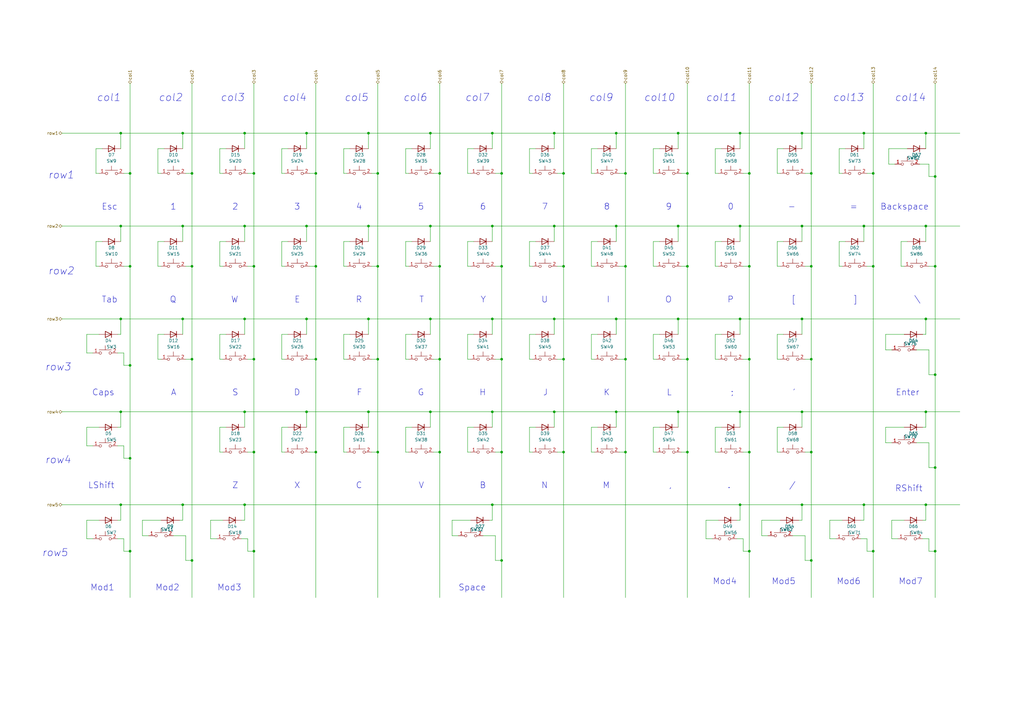
<source format=kicad_sch>
(kicad_sch (version 20211123) (generator eeschema)
  (paper "A3")
  (junction (at 205.74 229.87))
  (junction (at 383.54 153.67))
  (junction (at 125.73 92.71))
  (junction (at 176.53 168.91))
  (junction (at 104.14 109.22))
  (junction (at 100.33 168.91))
  (junction (at 78.74 109.22))
  (junction (at 49.53 207.01))
  (junction (at 180.34 147.32))
  (junction (at 379.73 168.91))
  (junction (at 176.53 54.61))
  (junction (at 354.33 54.61))
  (junction (at 205.74 71.12))
  (junction (at 328.93 92.71))
  (junction (at 129.54 109.22))
  (junction (at 154.94 71.12))
  (junction (at 303.53 168.91))
  (junction (at 332.74 109.22))
  (junction (at 180.34 71.12))
  (junction (at 201.93 207.01))
  (junction (at 53.34 71.12))
  (junction (at 256.54 185.42))
  (junction (at 303.53 207.01))
  (junction (at 256.54 71.12))
  (junction (at 383.54 109.22))
  (junction (at 379.73 92.71))
  (junction (at 53.34 109.22))
  (junction (at 307.34 147.32))
  (junction (at 205.74 109.22))
  (junction (at 307.34 109.22))
  (junction (at 205.74 147.32))
  (junction (at 227.33 92.71))
  (junction (at 383.54 72.39))
  (junction (at 201.93 168.91))
  (junction (at 154.94 185.42))
  (junction (at 227.33 54.61))
  (junction (at 252.73 54.61))
  (junction (at 278.13 54.61))
  (junction (at 129.54 147.32))
  (junction (at 49.53 168.91))
  (junction (at 227.33 130.81))
  (junction (at 328.93 168.91))
  (junction (at 100.33 54.61))
  (junction (at 303.53 92.71))
  (junction (at 49.53 130.81))
  (junction (at 278.13 168.91))
  (junction (at 53.34 226.06))
  (junction (at 100.33 207.01))
  (junction (at 303.53 130.81))
  (junction (at 201.93 130.81))
  (junction (at 74.93 207.01))
  (junction (at 383.54 191.77))
  (junction (at 227.33 168.91))
  (junction (at 332.74 147.32))
  (junction (at 104.14 147.32))
  (junction (at 49.53 92.71))
  (junction (at 332.74 185.42))
  (junction (at 176.53 92.71))
  (junction (at 201.93 92.71))
  (junction (at 151.13 92.71))
  (junction (at 125.73 130.81))
  (junction (at 252.73 130.81))
  (junction (at 78.74 147.32))
  (junction (at 104.14 226.06))
  (junction (at 49.53 54.61))
  (junction (at 383.54 226.06))
  (junction (at 104.14 185.42))
  (junction (at 303.53 54.61))
  (junction (at 281.94 185.42))
  (junction (at 328.93 54.61))
  (junction (at 281.94 109.22))
  (junction (at 125.73 168.91))
  (junction (at 151.13 54.61))
  (junction (at 231.14 185.42))
  (junction (at 379.73 207.01))
  (junction (at 281.94 147.32))
  (junction (at 53.34 149.86))
  (junction (at 307.34 71.12))
  (junction (at 104.14 71.12))
  (junction (at 151.13 130.81))
  (junction (at 154.94 147.32))
  (junction (at 201.93 54.61))
  (junction (at 129.54 71.12))
  (junction (at 358.14 109.22))
  (junction (at 180.34 185.42))
  (junction (at 53.34 187.96))
  (junction (at 125.73 54.61))
  (junction (at 278.13 130.81))
  (junction (at 78.74 71.12))
  (junction (at 332.74 229.87))
  (junction (at 151.13 168.91))
  (junction (at 78.74 229.87))
  (junction (at 379.73 130.81))
  (junction (at 328.93 130.81))
  (junction (at 256.54 147.32))
  (junction (at 358.14 226.06))
  (junction (at 231.14 109.22))
  (junction (at 74.93 54.61))
  (junction (at 354.33 92.71))
  (junction (at 176.53 130.81))
  (junction (at 354.33 207.01))
  (junction (at 74.93 130.81))
  (junction (at 74.93 92.71))
  (junction (at 307.34 226.06))
  (junction (at 129.54 185.42))
  (junction (at 332.74 71.12))
  (junction (at 307.34 185.42))
  (junction (at 100.33 92.71))
  (junction (at 278.13 92.71))
  (junction (at 256.54 109.22))
  (junction (at 358.14 71.12))
  (junction (at 379.73 54.61))
  (junction (at 154.94 109.22))
  (junction (at 100.33 130.81))
  (junction (at 252.73 92.71))
  (junction (at 231.14 147.32))
  (junction (at 252.73 168.91))
  (junction (at 281.94 71.12))
  (junction (at 231.14 71.12))
  (junction (at 180.34 109.22))
  (junction (at 205.74 185.42))
  (junction (at 328.93 207.01))
  (wire (pts (xy 90.17 60.96) (xy 90.17 71.12)))
  (wire (pts (xy 379.73 130.81) (xy 393.7 130.81)))
  (wire (pts (xy 154.94 34.29) (xy 154.94 71.12)))
  (wire (pts (xy 180.34 71.12) (xy 180.34 109.22)))
  (wire (pts (xy 217.17 71.12) (xy 218.44 71.12)))
  (wire (pts (xy 293.37 60.96) (xy 293.37 71.12)))
  (wire (pts (xy 154.94 71.12) (xy 154.94 109.22)))
  (wire (pts (xy 330.2 229.87) (xy 332.74 229.87)))
  (wire (pts (xy 228.6 185.42) (xy 231.14 185.42)))
  (wire (pts (xy 381 109.22) (xy 383.54 109.22)))
  (wire (pts (xy 140.97 147.32) (xy 142.24 147.32)))
  (wire (pts (xy 354.33 92.71) (xy 354.33 99.06)))
  (wire (pts (xy 100.33 130.81) (xy 100.33 137.16)))
  (wire (pts (xy 383.54 72.39) (xy 383.54 109.22)))
  (wire (pts (xy 217.17 99.06) (xy 217.17 109.22)))
  (wire (pts (xy 76.2 229.87) (xy 78.74 229.87)))
  (wire (pts (xy 227.33 54.61) (xy 252.73 54.61)))
  (wire (pts (xy 307.34 71.12) (xy 307.34 109.22)))
  (wire (pts (xy 379.73 92.71) (xy 393.7 92.71)))
  (wire (pts (xy 125.73 168.91) (xy 125.73 175.26)))
  (wire (pts (xy 370.84 213.36) (xy 365.76 213.36)))
  (wire (pts (xy 203.2 147.32) (xy 205.74 147.32)))
  (wire (pts (xy 270.51 60.96) (xy 267.97 60.96)))
  (wire (pts (xy 191.77 185.42) (xy 193.04 185.42)))
  (wire (pts (xy 295.91 175.26) (xy 293.37 175.26)))
  (wire (pts (xy 118.11 60.96) (xy 115.57 60.96)))
  (wire (pts (xy 90.17 137.16) (xy 90.17 147.32)))
  (wire (pts (xy 330.2 109.22) (xy 332.74 109.22)))
  (wire (pts (xy 318.77 147.32) (xy 320.04 147.32)))
  (wire (pts (xy 76.2 147.32) (xy 78.74 147.32)))
  (wire (pts (xy 304.8 185.42) (xy 307.34 185.42)))
  (wire (pts (xy 118.11 175.26) (xy 115.57 175.26)))
  (wire (pts (xy 100.33 207.01) (xy 201.93 207.01)))
  (wire (pts (xy 35.56 220.98) (xy 38.1 220.98)))
  (wire (pts (xy 252.73 130.81) (xy 278.13 130.81)))
  (wire (pts (xy 381 191.77) (xy 383.54 191.77)))
  (wire (pts (xy 203.2 71.12) (xy 205.74 71.12)))
  (wire (pts (xy 231.14 109.22) (xy 231.14 147.32)))
  (wire (pts (xy 245.11 175.26) (xy 242.57 175.26)))
  (wire (pts (xy 115.57 109.22) (xy 116.84 109.22)))
  (wire (pts (xy 242.57 99.06) (xy 242.57 109.22)))
  (wire (pts (xy 293.37 99.06) (xy 293.37 109.22)))
  (wire (pts (xy 321.31 137.16) (xy 318.77 137.16)))
  (wire (pts (xy 252.73 168.91) (xy 278.13 168.91)))
  (wire (pts (xy 383.54 226.06) (xy 383.54 245.11)))
  (wire (pts (xy 49.53 207.01) (xy 74.93 207.01)))
  (wire (pts (xy 332.74 147.32) (xy 332.74 185.42)))
  (wire (pts (xy 307.34 147.32) (xy 307.34 185.42)))
  (wire (pts (xy 191.77 147.32) (xy 193.04 147.32)))
  (wire (pts (xy 25.4 92.71) (xy 49.53 92.71)))
  (wire (pts (xy 90.17 109.22) (xy 91.44 109.22)))
  (wire (pts (xy 278.13 54.61) (xy 303.53 54.61)))
  (wire (pts (xy 231.14 147.32) (xy 231.14 185.42)))
  (wire (pts (xy 379.73 175.26) (xy 379.73 168.91)))
  (wire (pts (xy 219.71 175.26) (xy 217.17 175.26)))
  (wire (pts (xy 53.34 149.86) (xy 53.34 187.96)))
  (wire (pts (xy 330.2 185.42) (xy 332.74 185.42)))
  (wire (pts (xy 383.54 153.67) (xy 383.54 191.77)))
  (wire (pts (xy 332.74 34.29) (xy 332.74 71.12)))
  (wire (pts (xy 381 220.98) (xy 381 226.06)))
  (wire (pts (xy 379.73 92.71) (xy 379.73 99.06)))
  (wire (pts (xy 281.94 71.12) (xy 281.94 109.22)))
  (wire (pts (xy 278.13 130.81) (xy 303.53 130.81)))
  (wire (pts (xy 267.97 71.12) (xy 269.24 71.12)))
  (wire (pts (xy 245.11 60.96) (xy 242.57 60.96)))
  (wire (pts (xy 67.31 99.06) (xy 64.77 99.06)))
  (wire (pts (xy 180.34 147.32) (xy 180.34 185.42)))
  (wire (pts (xy 176.53 168.91) (xy 201.93 168.91)))
  (wire (pts (xy 194.31 99.06) (xy 191.77 99.06)))
  (wire (pts (xy 340.36 213.36) (xy 340.36 220.98)))
  (wire (pts (xy 35.56 144.78) (xy 38.1 144.78)))
  (wire (pts (xy 193.04 213.36) (xy 185.42 213.36)))
  (wire (pts (xy 104.14 109.22) (xy 104.14 147.32)))
  (wire (pts (xy 332.74 71.12) (xy 332.74 109.22)))
  (wire (pts (xy 143.51 60.96) (xy 140.97 60.96)))
  (wire (pts (xy 378.46 220.98) (xy 381 220.98)))
  (wire (pts (xy 321.31 99.06) (xy 318.77 99.06)))
  (wire (pts (xy 168.91 60.96) (xy 166.37 60.96)))
  (wire (pts (xy 328.93 130.81) (xy 379.73 130.81)))
  (wire (pts (xy 318.77 137.16) (xy 318.77 147.32)))
  (wire (pts (xy 64.77 71.12) (xy 66.04 71.12)))
  (wire (pts (xy 372.11 99.06) (xy 369.57 99.06)))
  (wire (pts (xy 129.54 185.42) (xy 129.54 245.11)))
  (wire (pts (xy 254 109.22) (xy 256.54 109.22)))
  (wire (pts (xy 176.53 54.61) (xy 201.93 54.61)))
  (wire (pts (xy 78.74 71.12) (xy 78.74 109.22)))
  (wire (pts (xy 383.54 34.29) (xy 383.54 72.39)))
  (wire (pts (xy 217.17 60.96) (xy 217.17 71.12)))
  (wire (pts (xy 307.34 226.06) (xy 307.34 245.11)))
  (wire (pts (xy 180.34 185.42) (xy 180.34 245.11)))
  (wire (pts (xy 303.53 92.71) (xy 328.93 92.71)))
  (wire (pts (xy 383.54 109.22) (xy 383.54 153.67)))
  (wire (pts (xy 217.17 147.32) (xy 218.44 147.32)))
  (wire (pts (xy 231.14 71.12) (xy 231.14 109.22)))
  (wire (pts (xy 252.73 54.61) (xy 278.13 54.61)))
  (wire (pts (xy 252.73 130.81) (xy 252.73 137.16)))
  (wire (pts (xy 177.8 109.22) (xy 180.34 109.22)))
  (wire (pts (xy 245.11 137.16) (xy 242.57 137.16)))
  (wire (pts (xy 217.17 175.26) (xy 217.17 185.42)))
  (wire (pts (xy 104.14 34.29) (xy 104.14 71.12)))
  (wire (pts (xy 74.93 54.61) (xy 74.93 60.96)))
  (wire (pts (xy 281.94 147.32) (xy 281.94 185.42)))
  (wire (pts (xy 140.97 109.22) (xy 142.24 109.22)))
  (wire (pts (xy 256.54 109.22) (xy 256.54 147.32)))
  (wire (pts (xy 242.57 175.26) (xy 242.57 185.42)))
  (wire (pts (xy 198.12 219.71) (xy 203.2 219.71)))
  (wire (pts (xy 73.66 213.36) (xy 74.93 213.36)))
  (wire (pts (xy 363.22 143.51) (xy 365.76 143.51)))
  (wire (pts (xy 353.06 220.98) (xy 355.6 220.98)))
  (wire (pts (xy 242.57 185.42) (xy 243.84 185.42)))
  (wire (pts (xy 278.13 92.71) (xy 303.53 92.71)))
  (wire (pts (xy 191.77 137.16) (xy 191.77 147.32)))
  (wire (pts (xy 201.93 54.61) (xy 201.93 60.96)))
  (wire (pts (xy 41.91 60.96) (xy 39.37 60.96)))
  (wire (pts (xy 180.34 34.29) (xy 180.34 71.12)))
  (wire (pts (xy 99.06 213.36) (xy 100.33 213.36)))
  (wire (pts (xy 242.57 109.22) (xy 243.84 109.22)))
  (wire (pts (xy 289.56 220.98) (xy 292.1 220.98)))
  (wire (pts (xy 345.44 213.36) (xy 340.36 213.36)))
  (wire (pts (xy 74.93 92.71) (xy 74.93 99.06)))
  (wire (pts (xy 201.93 168.91) (xy 201.93 175.26)))
  (wire (pts (xy 231.14 185.42) (xy 231.14 245.11)))
  (wire (pts (xy 227.33 168.91) (xy 227.33 175.26)))
  (wire (pts (xy 231.14 34.29) (xy 231.14 71.12)))
  (wire (pts (xy 295.91 137.16) (xy 293.37 137.16)))
  (wire (pts (xy 281.94 109.22) (xy 281.94 147.32)))
  (wire (pts (xy 168.91 137.16) (xy 166.37 137.16)))
  (wire (pts (xy 177.8 185.42) (xy 180.34 185.42)))
  (wire (pts (xy 100.33 92.71) (xy 125.73 92.71)))
  (wire (pts (xy 67.31 60.96) (xy 64.77 60.96)))
  (wire (pts (xy 78.74 229.87) (xy 78.74 245.11)))
  (wire (pts (xy 58.42 213.36) (xy 58.42 219.71)))
  (wire (pts (xy 64.77 147.32) (xy 66.04 147.32)))
  (wire (pts (xy 328.93 54.61) (xy 354.33 54.61)))
  (wire (pts (xy 152.4 185.42) (xy 154.94 185.42)))
  (wire (pts (xy 293.37 175.26) (xy 293.37 185.42)))
  (wire (pts (xy 92.71 137.16) (xy 90.17 137.16)))
  (wire (pts (xy 332.74 229.87) (xy 332.74 245.11)))
  (wire (pts (xy 355.6 109.22) (xy 358.14 109.22)))
  (wire (pts (xy 278.13 54.61) (xy 278.13 60.96)))
  (wire (pts (xy 101.6 71.12) (xy 104.14 71.12)))
  (wire (pts (xy 228.6 71.12) (xy 231.14 71.12)))
  (wire (pts (xy 74.93 130.81) (xy 74.93 137.16)))
  (wire (pts (xy 303.53 130.81) (xy 328.93 130.81)))
  (wire (pts (xy 151.13 130.81) (xy 151.13 137.16)))
  (wire (pts (xy 318.77 71.12) (xy 320.04 71.12)))
  (wire (pts (xy 303.53 168.91) (xy 328.93 168.91)))
  (wire (pts (xy 53.34 109.22) (xy 53.34 149.86)))
  (wire (pts (xy 354.33 54.61) (xy 379.73 54.61)))
  (wire (pts (xy 151.13 168.91) (xy 151.13 175.26)))
  (wire (pts (xy 328.93 130.81) (xy 328.93 137.16)))
  (wire (pts (xy 191.77 175.26) (xy 191.77 185.42)))
  (wire (pts (xy 64.77 137.16) (xy 64.77 147.32)))
  (wire (pts (xy 152.4 147.32) (xy 154.94 147.32)))
  (wire (pts (xy 227.33 92.71) (xy 227.33 99.06)))
  (wire (pts (xy 48.26 137.16) (xy 49.53 137.16)))
  (wire (pts (xy 364.49 67.31) (xy 367.03 67.31)))
  (wire (pts (xy 25.4 54.61) (xy 49.53 54.61)))
  (wire (pts (xy 101.6 220.98) (xy 101.6 226.06)))
  (wire (pts (xy 289.56 213.36) (xy 289.56 220.98)))
  (wire (pts (xy 364.49 60.96) (xy 372.11 60.96)))
  (wire (pts (xy 358.14 71.12) (xy 358.14 109.22)))
  (wire (pts (xy 74.93 207.01) (xy 100.33 207.01)))
  (wire (pts (xy 303.53 54.61) (xy 303.53 60.96)))
  (wire (pts (xy 295.91 60.96) (xy 293.37 60.96)))
  (wire (pts (xy 293.37 185.42) (xy 294.64 185.42)))
  (wire (pts (xy 49.53 130.81) (xy 74.93 130.81)))
  (wire (pts (xy 74.93 54.61) (xy 100.33 54.61)))
  (wire (pts (xy 267.97 60.96) (xy 267.97 71.12)))
  (wire (pts (xy 346.71 60.96) (xy 344.17 60.96)))
  (wire (pts (xy 49.53 54.61) (xy 49.53 60.96)))
  (wire (pts (xy 205.74 34.29) (xy 205.74 71.12)))
  (wire (pts (xy 318.77 109.22) (xy 320.04 109.22)))
  (wire (pts (xy 318.77 185.42) (xy 320.04 185.42)))
  (wire (pts (xy 101.6 226.06) (xy 104.14 226.06)))
  (wire (pts (xy 344.17 99.06) (xy 344.17 109.22)))
  (wire (pts (xy 152.4 109.22) (xy 154.94 109.22)))
  (wire (pts (xy 304.8 226.06) (xy 307.34 226.06)))
  (wire (pts (xy 281.94 34.29) (xy 281.94 71.12)))
  (wire (pts (xy 191.77 109.22) (xy 193.04 109.22)))
  (wire (pts (xy 381 143.51) (xy 381 153.67)))
  (wire (pts (xy 41.91 99.06) (xy 39.37 99.06)))
  (wire (pts (xy 125.73 130.81) (xy 125.73 137.16)))
  (wire (pts (xy 90.17 71.12) (xy 91.44 71.12)))
  (wire (pts (xy 256.54 71.12) (xy 256.54 109.22)))
  (wire (pts (xy 303.53 213.36) (xy 303.53 207.01)))
  (wire (pts (xy 151.13 54.61) (xy 151.13 60.96)))
  (wire (pts (xy 49.53 137.16) (xy 49.53 130.81)))
  (wire (pts (xy 129.54 109.22) (xy 129.54 147.32)))
  (wire (pts (xy 270.51 175.26) (xy 267.97 175.26)))
  (wire (pts (xy 228.6 147.32) (xy 231.14 147.32)))
  (wire (pts (xy 321.31 175.26) (xy 318.77 175.26)))
  (wire (pts (xy 325.12 219.71) (xy 330.2 219.71)))
  (wire (pts (xy 40.64 213.36) (xy 35.56 213.36)))
  (wire (pts (xy 35.56 137.16) (xy 35.56 144.78)))
  (wire (pts (xy 219.71 60.96) (xy 217.17 60.96)))
  (wire (pts (xy 205.74 109.22) (xy 205.74 147.32)))
  (wire (pts (xy 50.8 109.22) (xy 53.34 109.22)))
  (wire (pts (xy 125.73 130.81) (xy 151.13 130.81)))
  (wire (pts (xy 176.53 130.81) (xy 176.53 137.16)))
  (wire (pts (xy 143.51 99.06) (xy 140.97 99.06)))
  (wire (pts (xy 166.37 71.12) (xy 167.64 71.12)))
  (wire (pts (xy 302.26 220.98) (xy 304.8 220.98)))
  (wire (pts (xy 48.26 213.36) (xy 49.53 213.36)))
  (wire (pts (xy 191.77 99.06) (xy 191.77 109.22)))
  (wire (pts (xy 66.04 213.36) (xy 58.42 213.36)))
  (wire (pts (xy 379.73 54.61) (xy 393.7 54.61)))
  (wire (pts (xy 205.74 71.12) (xy 205.74 109.22)))
  (wire (pts (xy 242.57 60.96) (xy 242.57 71.12)))
  (wire (pts (xy 242.57 137.16) (xy 242.57 147.32)))
  (wire (pts (xy 344.17 109.22) (xy 345.44 109.22)))
  (wire (pts (xy 201.93 130.81) (xy 201.93 137.16)))
  (wire (pts (xy 203.2 185.42) (xy 205.74 185.42)))
  (wire (pts (xy 358.14 34.29) (xy 358.14 71.12)))
  (wire (pts (xy 278.13 92.71) (xy 278.13 99.06)))
  (wire (pts (xy 91.44 213.36) (xy 86.36 213.36)))
  (wire (pts (xy 140.97 71.12) (xy 142.24 71.12)))
  (wire (pts (xy 74.93 92.71) (xy 100.33 92.71)))
  (wire (pts (xy 267.97 137.16) (xy 267.97 147.32)))
  (wire (pts (xy 100.33 54.61) (xy 125.73 54.61)))
  (wire (pts (xy 176.53 92.71) (xy 176.53 99.06)))
  (wire (pts (xy 104.14 71.12) (xy 104.14 109.22)))
  (wire (pts (xy 53.34 187.96) (xy 53.34 226.06)))
  (wire (pts (xy 256.54 147.32) (xy 256.54 185.42)))
  (wire (pts (xy 100.33 168.91) (xy 100.33 175.26)))
  (wire (pts (xy 100.33 168.91) (xy 125.73 168.91)))
  (wire (pts (xy 205.74 229.87) (xy 205.74 245.11)))
  (wire (pts (xy 92.71 175.26) (xy 90.17 175.26)))
  (wire (pts (xy 205.74 185.42) (xy 205.74 229.87)))
  (wire (pts (xy 370.84 175.26) (xy 363.22 175.26)))
  (wire (pts (xy 125.73 54.61) (xy 125.73 60.96)))
  (wire (pts (xy 318.77 99.06) (xy 318.77 109.22)))
  (wire (pts (xy 332.74 109.22) (xy 332.74 147.32)))
  (wire (pts (xy 201.93 92.71) (xy 227.33 92.71)))
  (wire (pts (xy 227.33 130.81) (xy 227.33 137.16)))
  (wire (pts (xy 50.8 182.88) (xy 50.8 187.96)))
  (wire (pts (xy 151.13 54.61) (xy 176.53 54.61)))
  (wire (pts (xy 219.71 99.06) (xy 217.17 99.06)))
  (wire (pts (xy 354.33 92.71) (xy 379.73 92.71)))
  (wire (pts (xy 278.13 168.91) (xy 278.13 175.26)))
  (wire (pts (xy 293.37 147.32) (xy 294.64 147.32)))
  (wire (pts (xy 129.54 71.12) (xy 129.54 109.22)))
  (wire (pts (xy 194.31 175.26) (xy 191.77 175.26)))
  (wire (pts (xy 115.57 71.12) (xy 116.84 71.12)))
  (wire (pts (xy 176.53 168.91) (xy 176.53 175.26)))
  (wire (pts (xy 166.37 99.06) (xy 166.37 109.22)))
  (wire (pts (xy 328.93 168.91) (xy 328.93 175.26)))
  (wire (pts (xy 115.57 175.26) (xy 115.57 185.42)))
  (wire (pts (xy 176.53 130.81) (xy 201.93 130.81)))
  (wire (pts (xy 281.94 185.42) (xy 281.94 245.11)))
  (wire (pts (xy 166.37 185.42) (xy 167.64 185.42)))
  (wire (pts (xy 201.93 92.71) (xy 201.93 99.06)))
  (wire (pts (xy 168.91 99.06) (xy 166.37 99.06)))
  (wire (pts (xy 76.2 71.12) (xy 78.74 71.12)))
  (wire (pts (xy 39.37 71.12) (xy 40.64 71.12)))
  (wire (pts (xy 151.13 130.81) (xy 176.53 130.81)))
  (wire (pts (xy 355.6 226.06) (xy 358.14 226.06)))
  (wire (pts (xy 166.37 147.32) (xy 167.64 147.32)))
  (wire (pts (xy 166.37 175.26) (xy 166.37 185.42)))
  (wire (pts (xy 279.4 185.42) (xy 281.94 185.42)))
  (wire (pts (xy 104.14 185.42) (xy 104.14 226.06)))
  (wire (pts (xy 125.73 92.71) (xy 125.73 99.06)))
  (wire (pts (xy 304.8 109.22) (xy 307.34 109.22)))
  (wire (pts (xy 67.31 137.16) (xy 64.77 137.16)))
  (wire (pts (xy 180.34 109.22) (xy 180.34 147.32)))
  (wire (pts (xy 205.74 147.32) (xy 205.74 185.42)))
  (wire (pts (xy 378.46 175.26) (xy 379.73 175.26)))
  (wire (pts (xy 140.97 99.06) (xy 140.97 109.22)))
  (wire (pts (xy 312.42 213.36) (xy 312.42 219.71)))
  (wire (pts (xy 303.53 92.71) (xy 303.53 99.06)))
  (wire (pts (xy 355.6 220.98) (xy 355.6 226.06)))
  (wire (pts (xy 328.93 207.01) (xy 354.33 207.01)))
  (wire (pts (xy 217.17 109.22) (xy 218.44 109.22)))
  (wire (pts (xy 35.56 182.88) (xy 38.1 182.88)))
  (wire (pts (xy 90.17 99.06) (xy 90.17 109.22)))
  (wire (pts (xy 39.37 99.06) (xy 39.37 109.22)))
  (wire (pts (xy 125.73 168.91) (xy 151.13 168.91)))
  (wire (pts (xy 375.92 143.51) (xy 381 143.51)))
  (wire (pts (xy 344.17 71.12) (xy 345.44 71.12)))
  (wire (pts (xy 50.8 187.96) (xy 53.34 187.96)))
  (wire (pts (xy 49.53 175.26) (xy 49.53 168.91)))
  (wire (pts (xy 115.57 60.96) (xy 115.57 71.12)))
  (wire (pts (xy 78.74 34.29) (xy 78.74 71.12)))
  (wire (pts (xy 53.34 34.29) (xy 53.34 71.12)))
  (wire (pts (xy 358.14 109.22) (xy 358.14 226.06)))
  (wire (pts (xy 381 181.61) (xy 381 191.77)))
  (wire (pts (xy 379.73 207.01) (xy 393.7 207.01)))
  (wire (pts (xy 152.4 71.12) (xy 154.94 71.12)))
  (wire (pts (xy 48.26 144.78) (xy 50.8 144.78)))
  (wire (pts (xy 318.77 60.96) (xy 318.77 71.12)))
  (wire (pts (xy 278.13 130.81) (xy 278.13 137.16)))
  (wire (pts (xy 200.66 213.36) (xy 201.93 213.36)))
  (wire (pts (xy 340.36 220.98) (xy 342.9 220.98)))
  (wire (pts (xy 279.4 109.22) (xy 281.94 109.22)))
  (wire (pts (xy 194.31 60.96) (xy 191.77 60.96)))
  (wire (pts (xy 50.8 226.06) (xy 53.34 226.06)))
  (wire (pts (xy 294.64 213.36) (xy 289.56 213.36)))
  (wire (pts (xy 369.57 109.22) (xy 370.84 109.22)))
  (wire (pts (xy 219.71 137.16) (xy 217.17 137.16)))
  (wire (pts (xy 332.74 185.42) (xy 332.74 229.87)))
  (wire (pts (xy 176.53 54.61) (xy 176.53 60.96)))
  (wire (pts (xy 78.74 109.22) (xy 78.74 147.32)))
  (wire (pts (xy 363.22 175.26) (xy 363.22 181.61)))
  (wire (pts (xy 48.26 182.88) (xy 50.8 182.88)))
  (wire (pts (xy 50.8 71.12) (xy 53.34 71.12)))
  (wire (pts (xy 303.53 130.81) (xy 303.53 137.16)))
  (wire (pts (xy 127 109.22) (xy 129.54 109.22)))
  (wire (pts (xy 217.17 137.16) (xy 217.17 147.32)))
  (wire (pts (xy 49.53 54.61) (xy 74.93 54.61)))
  (wire (pts (xy 154.94 147.32) (xy 154.94 185.42)))
  (wire (pts (xy 381 67.31) (xy 381 72.39)))
  (wire (pts (xy 307.34 109.22) (xy 307.34 147.32)))
  (wire (pts (xy 49.53 213.36) (xy 49.53 207.01)))
  (wire (pts (xy 381 72.39) (xy 383.54 72.39)))
  (wire (pts (xy 379.73 54.61) (xy 379.73 60.96)))
  (wire (pts (xy 363.22 137.16) (xy 363.22 143.51)))
  (wire (pts (xy 378.46 137.16) (xy 379.73 137.16)))
  (wire (pts (xy 252.73 92.71) (xy 252.73 99.06)))
  (wire (pts (xy 381 226.06) (xy 383.54 226.06)))
  (wire (pts (xy 25.4 168.91) (xy 49.53 168.91)))
  (wire (pts (xy 100.33 54.61) (xy 100.33 60.96)))
  (wire (pts (xy 354.33 213.36) (xy 354.33 207.01)))
  (wire (pts (xy 377.19 67.31) (xy 381 67.31)))
  (wire (pts (xy 369.57 99.06) (xy 369.57 109.22)))
  (wire (pts (xy 303.53 54.61) (xy 328.93 54.61)))
  (wire (pts (xy 267.97 185.42) (xy 269.24 185.42)))
  (wire (pts (xy 295.91 99.06) (xy 293.37 99.06)))
  (wire (pts (xy 140.97 60.96) (xy 140.97 71.12)))
  (wire (pts (xy 303.53 168.91) (xy 303.53 175.26)))
  (wire (pts (xy 64.77 109.22) (xy 66.04 109.22)))
  (wire (pts (xy 50.8 144.78) (xy 50.8 149.86)))
  (wire (pts (xy 125.73 92.71) (xy 151.13 92.71)))
  (wire (pts (xy 363.22 181.61) (xy 365.76 181.61)))
  (wire (pts (xy 166.37 60.96) (xy 166.37 71.12)))
  (wire (pts (xy 86.36 213.36) (xy 86.36 220.98)))
  (wire (pts (xy 254 185.42) (xy 256.54 185.42)))
  (wire (pts (xy 330.2 71.12) (xy 332.74 71.12)))
  (wire (pts (xy 267.97 147.32) (xy 269.24 147.32)))
  (wire (pts (xy 279.4 147.32) (xy 281.94 147.32)))
  (wire (pts (xy 118.11 137.16) (xy 115.57 137.16)))
  (wire (pts (xy 267.97 109.22) (xy 269.24 109.22)))
  (wire (pts (xy 203.2 219.71) (xy 203.2 229.87)))
  (wire (pts (xy 140.97 137.16) (xy 140.97 147.32)))
  (wire (pts (xy 176.53 92.71) (xy 201.93 92.71)))
  (wire (pts (xy 100.33 130.81) (xy 125.73 130.81)))
  (wire (pts (xy 227.33 54.61) (xy 227.33 60.96)))
  (wire (pts (xy 353.06 213.36) (xy 354.33 213.36)))
  (wire (pts (xy 191.77 60.96) (xy 191.77 71.12)))
  (wire (pts (xy 364.49 67.31) (xy 364.49 60.96)))
  (wire (pts (xy 118.11 99.06) (xy 115.57 99.06)))
  (wire (pts (xy 140.97 175.26) (xy 140.97 185.42)))
  (wire (pts (xy 379.73 137.16) (xy 379.73 130.81)))
  (wire (pts (xy 71.12 219.71) (xy 76.2 219.71)))
  (wire (pts (xy 50.8 149.86) (xy 53.34 149.86)))
  (wire (pts (xy 381 153.67) (xy 383.54 153.67)))
  (wire (pts (xy 185.42 219.71) (xy 187.96 219.71)))
  (wire (pts (xy 115.57 147.32) (xy 116.84 147.32)))
  (wire (pts (xy 270.51 137.16) (xy 267.97 137.16)))
  (wire (pts (xy 312.42 219.71) (xy 314.96 219.71)))
  (wire (pts (xy 90.17 185.42) (xy 91.44 185.42)))
  (wire (pts (xy 321.31 60.96) (xy 318.77 60.96)))
  (wire (pts (xy 100.33 92.71) (xy 100.33 99.06)))
  (wire (pts (xy 228.6 109.22) (xy 231.14 109.22)))
  (wire (pts (xy 293.37 71.12) (xy 294.64 71.12)))
  (wire (pts (xy 304.8 147.32) (xy 307.34 147.32)))
  (wire (pts (xy 278.13 168.91) (xy 303.53 168.91)))
  (wire (pts (xy 50.8 220.98) (xy 50.8 226.06)))
  (wire (pts (xy 40.64 137.16) (xy 35.56 137.16)))
  (wire (pts (xy 115.57 99.06) (xy 115.57 109.22)))
  (wire (pts (xy 39.37 60.96) (xy 39.37 71.12)))
  (wire (pts (xy 90.17 147.32) (xy 91.44 147.32)))
  (wire (pts (xy 303.53 207.01) (xy 328.93 207.01)))
  (wire (pts (xy 92.71 99.06) (xy 90.17 99.06)))
  (wire (pts (xy 101.6 147.32) (xy 104.14 147.32)))
  (wire (pts (xy 227.33 168.91) (xy 252.73 168.91)))
  (wire (pts (xy 256.54 185.42) (xy 256.54 245.11)))
  (wire (pts (xy 304.8 71.12) (xy 307.34 71.12)))
  (wire (pts (xy 375.92 181.61) (xy 381 181.61)))
  (wire (pts (xy 127 185.42) (xy 129.54 185.42)))
  (wire (pts (xy 378.46 213.36) (xy 379.73 213.36)))
  (wire (pts (xy 252.73 92.71) (xy 278.13 92.71)))
  (wire (pts (xy 100.33 213.36) (xy 100.33 207.01)))
  (wire (pts (xy 76.2 219.71) (xy 76.2 229.87)))
  (wire (pts (xy 330.2 147.32) (xy 332.74 147.32)))
  (wire (pts (xy 127 71.12) (xy 129.54 71.12)))
  (wire (pts (xy 302.26 213.36) (xy 303.53 213.36)))
  (wire (pts (xy 48.26 175.26) (xy 49.53 175.26)))
  (wire (pts (xy 151.13 92.71) (xy 176.53 92.71)))
  (wire (pts (xy 74.93 130.81) (xy 100.33 130.81)))
  (wire (pts (xy 379.73 213.36) (xy 379.73 207.01)))
  (wire (pts (xy 166.37 137.16) (xy 166.37 147.32)))
  (wire (pts (xy 354.33 207.01) (xy 379.73 207.01)))
  (wire (pts (xy 254 71.12) (xy 256.54 71.12)))
  (wire (pts (xy 252.73 168.91) (xy 252.73 175.26)))
  (wire (pts (xy 35.56 175.26) (xy 35.56 182.88)))
  (wire (pts (xy 143.51 137.16) (xy 140.97 137.16)))
  (wire (pts (xy 267.97 175.26) (xy 267.97 185.42)))
  (wire (pts (xy 101.6 109.22) (xy 104.14 109.22)))
  (wire (pts (xy 365.76 213.36) (xy 365.76 220.98)))
  (wire (pts (xy 330.2 219.71) (xy 330.2 229.87)))
  (wire (pts (xy 35.56 213.36) (xy 35.56 220.98)))
  (wire (pts (xy 40.64 175.26) (xy 35.56 175.26)))
  (wire (pts (xy 104.14 147.32) (xy 104.14 185.42)))
  (wire (pts (xy 64.77 99.06) (xy 64.77 109.22)))
  (wire (pts (xy 254 147.32) (xy 256.54 147.32)))
  (wire (pts (xy 227.33 92.71) (xy 252.73 92.71)))
  (wire (pts (xy 227.33 130.81) (xy 252.73 130.81)))
  (wire (pts (xy 203.2 229.87) (xy 205.74 229.87)))
  (wire (pts (xy 256.54 34.29) (xy 256.54 71.12)))
  (wire (pts (xy 328.93 92.71) (xy 354.33 92.71)))
  (wire (pts (xy 293.37 109.22) (xy 294.64 109.22)))
  (wire (pts (xy 127 147.32) (xy 129.54 147.32)))
  (wire (pts (xy 154.94 185.42) (xy 154.94 245.11)))
  (wire (pts (xy 355.6 71.12) (xy 358.14 71.12)))
  (wire (pts (xy 327.66 213.36) (xy 328.93 213.36)))
  (wire (pts (xy 53.34 71.12) (xy 53.34 109.22)))
  (wire (pts (xy 151.13 168.91) (xy 176.53 168.91)))
  (wire (pts (xy 201.93 207.01) (xy 303.53 207.01)))
  (wire (pts (xy 328.93 168.91) (xy 379.73 168.91)))
  (wire (pts (xy 58.42 219.71) (xy 60.96 219.71)))
  (wire (pts (xy 270.51 99.06) (xy 267.97 99.06)))
  (wire (pts (xy 166.37 109.22) (xy 167.64 109.22)))
  (wire (pts (xy 129.54 34.29) (xy 129.54 71.12)))
  (wire (pts (xy 194.31 137.16) (xy 191.77 137.16)))
  (wire (pts (xy 320.04 213.36) (xy 312.42 213.36)))
  (wire (pts (xy 48.26 220.98) (xy 50.8 220.98)))
  (wire (pts (xy 201.93 168.91) (xy 227.33 168.91)))
  (wire (pts (xy 129.54 147.32) (xy 129.54 185.42)))
  (wire (pts (xy 245.11 99.06) (xy 242.57 99.06)))
  (wire (pts (xy 49.53 92.71) (xy 74.93 92.71)))
  (wire (pts (xy 125.73 54.61) (xy 151.13 54.61)))
  (wire (pts (xy 344.17 60.96) (xy 344.17 71.12)))
  (wire (pts (xy 358.14 226.06) (xy 358.14 245.11)))
  (wire (pts (xy 267.97 99.06) (xy 267.97 109.22)))
  (wire (pts (xy 346.71 99.06) (xy 344.17 99.06)))
  (wire (pts (xy 370.84 137.16) (xy 363.22 137.16)))
  (wire (pts (xy 328.93 92.71) (xy 328.93 99.06)))
  (wire (pts (xy 115.57 137.16) (xy 115.57 147.32)))
  (wire (pts (xy 140.97 185.42) (xy 142.24 185.42)))
  (wire (pts (xy 242.57 147.32) (xy 243.84 147.32)))
  (wire (pts (xy 168.91 175.26) (xy 166.37 175.26)))
  (wire (pts (xy 86.36 220.98) (xy 88.9 220.98)))
  (wire (pts (xy 279.4 71.12) (xy 281.94 71.12)))
  (wire (pts (xy 74.93 213.36) (xy 74.93 207.01)))
  (wire (pts (xy 25.4 207.01) (xy 49.53 207.01)))
  (wire (pts (xy 90.17 175.26) (xy 90.17 185.42)))
  (wire (pts (xy 379.73 168.91) (xy 393.7 168.91)))
  (wire (pts (xy 328.93 213.36) (xy 328.93 207.01)))
  (wire (pts (xy 151.13 92.71) (xy 151.13 99.06)))
  (wire (pts (xy 64.77 60.96) (xy 64.77 71.12)))
  (wire (pts (xy 154.94 109.22) (xy 154.94 147.32)))
  (wire (pts (xy 365.76 220.98) (xy 368.3 220.98)))
  (wire (pts (xy 354.33 54.61) (xy 354.33 60.96)))
  (wire (pts (xy 307.34 34.29) (xy 307.34 71.12)))
  (wire (pts (xy 177.8 147.32) (xy 180.34 147.32)))
  (wire (pts (xy 318.77 175.26) (xy 318.77 185.42)))
  (wire (pts (xy 293.37 137.16) (xy 293.37 147.32)))
  (wire (pts (xy 143.51 175.26) (xy 140.97 175.26)))
  (wire (pts (xy 307.34 185.42) (xy 307.34 226.06)))
  (wire (pts (xy 76.2 109.22) (xy 78.74 109.22)))
  (wire (pts (xy 104.14 226.06) (xy 104.14 245.11)))
  (wire (pts (xy 201.93 213.36) (xy 201.93 207.01)))
  (wire (pts (xy 49.53 168.91) (xy 100.33 168.91)))
  (wire (pts (xy 39.37 109.22) (xy 40.64 109.22)))
  (wire (pts (xy 252.73 54.61) (xy 252.73 60.96)))
  (wire (pts (xy 191.77 71.12) (xy 193.04 71.12)))
  (wire (pts (xy 328.93 54.61) (xy 328.93 60.96)))
  (wire (pts (xy 201.93 54.61) (xy 227.33 54.61)))
  (wire (pts (xy 25.4 130.81) (xy 49.53 130.81)))
  (wire (pts (xy 201.93 130.81) (xy 227.33 130.81)))
  (wire (pts (xy 304.8 220.98) (xy 304.8 226.06)))
  (wire (pts (xy 185.42 213.36) (xy 185.42 219.71)))
  (wire (pts (xy 101.6 185.42) (xy 104.14 185.42)))
  (wire (pts (xy 383.54 191.77) (xy 383.54 226.06)))
  (wire (pts (xy 115.57 185.42) (xy 116.84 185.42)))
  (wire (pts (xy 49.53 92.71) (xy 49.53 99.06)))
  (wire (pts (xy 92.71 60.96) (xy 90.17 60.96)))
  (wire (pts (xy 99.06 220.98) (xy 101.6 220.98)))
  (wire (pts (xy 78.74 147.32) (xy 78.74 229.87)))
  (wire (pts (xy 53.34 226.06) (xy 53.34 245.11)))
  (wire (pts (xy 203.2 109.22) (xy 205.74 109.22)))
  (wire (pts (xy 242.57 71.12) (xy 243.84 71.12)))
  (wire (pts (xy 177.8 71.12) (xy 180.34 71.12)))
  (wire (pts (xy 217.17 185.42) (xy 218.44 185.42)))
  (text "col1" (at 49.53 41.91 180) (effects (font (size 3 3) italic) (justify right bottom)))
  (text "'" (at 326.39 162.56 180) (effects (font (size 2.5 2.5)) (justify right bottom)))
  (text "col3" (at 100.33 41.91 180) (effects (font (size 3 3) italic) (justify right bottom)))
  (text "=" (at 351.79 86.36 180) (effects (font (size 2.5 2.5)) (justify right bottom)))
  (text "Mod2" (at 73.66 242.57 180) (effects (font (size 2.5 2.5)) (justify right bottom)))
  (text "row1" (at 30.48 73.66 180) (effects (font (size 3 3) italic) (justify right bottom)))
  (text "col9" (at 251.46 41.91 180) (effects (font (size 3 3) italic) (justify right bottom)))
  (text "col6" (at 175.26 41.91 180) (effects (font (size 3 3) italic) (justify right bottom)))
  (text "9" (at 275.59 86.36 180) (effects (font (size 2.5 2.5)) (justify right bottom)))
  (text "G" (at 173.99 162.56 180) (effects (font (size 2.5 2.5)) (justify right bottom)))
  (text "N" (at 224.79 200.66 180) (effects (font (size 2.5 2.5)) (justify right bottom)))
  (text "H" (at 199.39 162.56 180) (effects (font (size 2.5 2.5)) (justify right bottom)))
  (text "Mod3" (at 99.06 242.57 180) (effects (font (size 2.5 2.5)) (justify right bottom)))
  (text "L" (at 275.59 162.56 180) (effects (font (size 2.5 2.5)) (justify right bottom)))
  (text "4" (at 148.59 86.36 180) (effects (font (size 2.5 2.5)) (justify right bottom)))
  (text "P" (at 300.99 124.46 180) (effects (font (size 2.5 2.5)) (justify right bottom)))
  (text "Mod7" (at 378.46 240.03 180) (effects (font (size 2.5 2.5)) (justify right bottom)))
  (text "col13" (at 354.33 41.91 180) (effects (font (size 3 3) italic) (justify right bottom)))
  (text "A" (at 72.39 162.56 180) (effects (font (size 2.5 2.5)) (justify right bottom)))
  (text "7" (at 224.79 86.36 180) (effects (font (size 2.5 2.5)) (justify right bottom)))
  (text "M" (at 250.19 200.66 180) (effects (font (size 2.5 2.5)) (justify right bottom)))
  (text "col4" (at 125.73 41.91 180) (effects (font (size 3 3) italic) (justify right bottom)))
  (text "Backspace" (at 381 86.36 180) (effects (font (size 2.5 2.5)) (justify right bottom)))
  (text "[" (at 326.39 124.46 180) (effects (font (size 2.5 2.5)) (justify right bottom)))
  (text ";" (at 300.99 162.56 180) (effects (font (size 2.5 2.5)) (justify right bottom)))
  (text "5" (at 173.99 86.36 180) (effects (font (size 2.5 2.5)) (justify right bottom)))
  (text "Z" (at 97.79 200.66 180) (effects (font (size 2.5 2.5)) (justify right bottom)))
  (text "col14" (at 379.73 41.91 180) (effects (font (size 3 3) italic) (justify right bottom)))
  (text "0" (at 300.99 86.36 180) (effects (font (size 2.5 2.5)) (justify right bottom)))
  (text "col11" (at 302.26 41.91 180) (effects (font (size 3 3) italic) (justify right bottom)))
  (text "B" (at 199.39 200.66 180) (effects (font (size 2.5 2.5)) (justify right bottom)))
  (text "V" (at 173.99 200.66 180) (effects (font (size 2.5 2.5)) (justify right bottom)))
  (text "D" (at 123.19 162.56 180) (effects (font (size 2.5 2.5)) (justify right bottom)))
  (text "C" (at 148.59 200.66 180) (effects (font (size 2.5 2.5)) (justify right bottom)))
  (text "F" (at 148.59 162.56 180) (effects (font (size 2.5 2.5)) (justify right bottom)))
  (text "." (at 299.72 200.66 180) (effects (font (size 2.5 2.5)) (justify right bottom)))
  (text "Q" (at 72.39 124.46 180) (effects (font (size 2.5 2.5)) (justify right bottom)))
  (text "U" (at 224.79 124.46 180) (effects (font (size 2.5 2.5)) (justify right bottom)))
  (text "X" (at 123.19 200.66 180) (effects (font (size 2.5 2.5)) (justify right bottom)))
  (text "O" (at 275.59 124.46 180) (effects (font (size 2.5 2.5)) (justify right bottom)))
  (text "col12" (at 327.66 41.91 180) (effects (font (size 3 3) italic) (justify right bottom)))
  (text "-" (at 326.39 86.36 180) (effects (font (size 2.5 2.5)) (justify right bottom)))
  (text "Mod5" (at 326.39 240.03 180) (effects (font (size 2.5 2.5)) (justify right bottom)))
  (text "6" (at 199.39 86.36 180) (effects (font (size 2.5 2.5)) (justify right bottom)))
  (text "RShift" (at 378.46 201.93 180) (effects (font (size 2.5 2.5)) (justify right bottom)))
  (text "\\" (at 377.19 124.46 180) (effects (font (size 2.5 2.5)) (justify right bottom)))
  (text "row3" (at 29.21 152.4 180) (effects (font (size 3 3) italic) (justify right bottom)))
  (text "LShift" (at 46.99 200.66 180) (effects (font (size 2.5 2.5)) (justify right bottom)))
  (text "row5" (at 27.94 228.6 180) (effects (font (size 3 3) italic) (justify right bottom)))
  (text "col10" (at 276.86 41.91 180) (effects (font (size 3 3) italic) (justify right bottom)))
  (text "Mod1" (at 46.99 242.57 180) (effects (font (size 2.5 2.5)) (justify right bottom)))
  (text "E" (at 123.19 124.46 180) (effects (font (size 2.5 2.5)) (justify right bottom)))
  (text "Space" (at 199.39 242.57 180) (effects (font (size 2.5 2.5)) (justify right bottom)))
  (text "K" (at 250.19 162.56 180) (effects (font (size 2.5 2.5)) (justify right bottom)))
  (text "Esc" (at 48.26 86.36 180) (effects (font (size 2.5 2.5)) (justify right bottom)))
  (text "," (at 275.59 200.66 180) (effects (font (size 2.5 2.5)) (justify right bottom)))
  (text "/" (at 326.39 200.66 180) (effects (font (size 2.5 2.5)) (justify right bottom)))
  (text "Y" (at 199.39 124.46 180) (effects (font (size 2.5 2.5)) (justify right bottom)))
  (text "col5" (at 151.13 41.91 180) (effects (font (size 3 3) italic) (justify right bottom)))
  (text "3" (at 123.19 86.36 180) (effects (font (size 2.5 2.5)) (justify right bottom)))
  (text "col7" (at 200.66 41.91 180) (effects (font (size 3 3) italic) (justify right bottom)))
  (text "S" (at 97.79 162.56 180) (effects (font (size 2.5 2.5)) (justify right bottom)))
  (text "8" (at 250.19 86.36 180) (effects (font (size 2.5 2.5)) (justify right bottom)))
  (text "Caps" (at 46.99 162.56 180) (effects (font (size 2.5 2.5)) (justify right bottom)))
  (text "J" (at 224.79 162.56 180) (effects (font (size 2.5 2.5)) (justify right bottom)))
  (text "1" (at 72.39 86.36 180) (effects (font (size 2.5 2.5)) (justify right bottom)))
  (text "2" (at 97.79 86.36 180) (effects (font (size 2.5 2.5)) (justify right bottom)))
  (text "col8" (at 226.06 41.91 180) (effects (font (size 3 3) italic) (justify right bottom)))
  (text "R" (at 148.59 124.46 180) (effects (font (size 2.5 2.5)) (justify right bottom)))
  (text "I" (at 250.19 124.46 180) (effects (font (size 2.5 2.5)) (justify right bottom)))
  (text "Mod6" (at 353.06 240.03 180) (effects (font (size 2.5 2.5)) (justify right bottom)))
  (text "W" (at 97.79 124.46 180) (effects (font (size 2.5 2.5)) (justify right bottom)))
  (text "col2" (at 74.93 41.91 180) (effects (font (size 3 3) italic) (justify right bottom)))
  (text "T" (at 173.99 124.46 180) (effects (font (size 2.5 2.5)) (justify right bottom)))
  (text "Enter" (at 377.19 162.56 180) (effects (font (size 2.5 2.5)) (justify right bottom)))
  (text "row2" (at 30.48 113.03 180) (effects (font (size 3 3) italic) (justify right bottom)))
  (text "]" (at 351.79 124.46 180) (effects (font (size 2.5 2.5)) (justify right bottom)))
  (text "row4" (at 29.21 190.5 180) (effects (font (size 3 3) italic) (justify right bottom)))
  (text "Mod4" (at 302.26 240.03 180) (effects (font (size 2.5 2.5)) (justify right bottom)))
  (text "Tab" (at 48.26 124.46 180) (effects (font (size 2.5 2.5)) (justify right bottom)))
  (hierarchical_label "col8" (shape bidirectional) (at 231.14 34.29 90))
  (hierarchical_label "col2" (shape bidirectional) (at 78.74 34.29 90))
  (hierarchical_label "col5" (shape bidirectional) (at 154.94 34.29 90))
  (hierarchical_label "col11" (shape bidirectional) (at 307.34 34.29 90))
  (hierarchical_label "col4" (shape bidirectional) (at 129.54 34.29 90))
  (hierarchical_label "col3" (shape bidirectional) (at 104.14 34.29 90))
  (hierarchical_label "col13" (shape bidirectional) (at 358.14 34.29 90))
  (hierarchical_label "col14" (shape bidirectional) (at 383.54 34.29 90))
  (hierarchical_label "row1" (shape bidirectional) (at 25.4 54.61 180))
  (hierarchical_label "col9" (shape bidirectional) (at 256.54 34.29 90))
  (hierarchical_label "row4" (shape bidirectional) (at 25.4 168.91 180))
  (hierarchical_label "col6" (shape bidirectional) (at 180.34 34.29 90))
  (hierarchical_label "col1" (shape bidirectional) (at 53.34 34.29 90))
  (hierarchical_label "col10" (shape bidirectional) (at 281.94 34.29 90))
  (hierarchical_label "col12" (shape bidirectional) (at 332.74 34.29 90))
  (hierarchical_label "col7" (shape bidirectional) (at 205.74 34.29 90))
  (hierarchical_label "row2" (shape bidirectional) (at 25.4 92.71 180))
  (hierarchical_label "row5" (shape bidirectional) (at 25.4 207.01 180))
  (hierarchical_label "row3" (shape bidirectional) (at 25.4 130.81 180))
  (symbol (lib_id "Switch:SW_Push") (at 43.18 220.98 0) (unit 1)
    (property "Reference" "SW7" (at 45.72 218.44 0))
    (property "Value" "SW_Push" (effects hide))
    (property "Footprint" "keyswitches:Kailh_socket_MX" (effects hide))
  )
  (symbol (lib_id "Switch:SW_Push") (at 299.72 109.22 0) (unit 1)
    (property "Reference" "SW59" (at 299.72 104.14 0))
    (property "Value" "SW_Push" (effects hide))
    (property "Footprint" "keyswitches:Kailh_socket_MX" (effects hide))
  )
  (symbol (lib_id "Switch:SW_Push") (at 223.52 109.22 0) (unit 1)
    (property "Reference" "SW44" (at 223.52 104.14 0))
    (property "Value" "SW_Push" (effects hide))
    (property "Footprint" "keyswitches:Kailh_socket_MX" (effects hide))
  )
  (symbol (lib_id "Diode:1N4148") (at 147.32 60.96 180) (unit 1)
    (property "Reference" "D23" (at 147.32 63.5 0))
    (property "Value" "1N4148" (effects hide))
    (property "Footprint" "Diode_SMD:D_0805_2012Metric" (effects hide))
    (property "Datasheet" "https://assets.nexperia.com/documents/data-sheet/1N4148_1N4448.pdf" (effects hide))
  )
  (symbol (lib_id "Diode:1N4148") (at 45.72 60.96 180) (unit 1)
    (property "Reference" "D7" (at 45.72 63.5 0))
    (property "Value" "1N4148" (effects hide))
    (property "Footprint" "Diode_SMD:D_0805_2012Metric" (effects hide))
    (property "Datasheet" "https://assets.nexperia.com/documents/data-sheet/1N4148_1N4448.pdf" (effects hide))
  )
  (symbol (lib_id "Switch:SW_Push") (at 248.92 147.32 0) (unit 1)
    (property "Reference" "SW49" (at 248.92 142.24 0))
    (property "Value" "SW_Push" (effects hide))
    (property "Footprint" "keyswitches:Kailh_socket_MX" (effects hide))
  )
  (symbol (lib_id "Switch:SW_Push") (at 325.12 109.22 0) (unit 1)
    (property "Reference" "SW66" (at 325.12 104.14 0))
    (property "Value" "SW_Push" (effects hide))
    (property "Footprint" "keyswitches:Kailh_socket_MX" (effects hide))
  )
  (symbol (lib_id "Diode:1N4148") (at 95.25 213.36 180) (unit 1)
    (property "Reference" "D14" (at 95.25 215.9 0))
    (property "Value" "1N4148" (effects hide))
    (property "Footprint" "Diode_SMD:D_0805_2012Metric" (effects hide))
    (property "Datasheet" "https://assets.nexperia.com/documents/data-sheet/1N4148_1N4448.pdf" (effects hide))
  )
  (symbol (lib_id "Switch:SW_Push") (at 198.12 109.22 0) (unit 1)
    (property "Reference" "SW40" (at 198.12 104.14 0))
    (property "Value" "SW_Push" (effects hide))
    (property "Footprint" "keyswitches:Kailh_socket_MX" (effects hide))
  )
  (symbol (lib_id "Switch:SW_Push") (at 299.72 185.42 0) (unit 1)
    (property "Reference" "SW61" (at 299.72 180.34 0))
    (property "Value" "SW_Push" (effects hide))
    (property "Footprint" "keyswitches:Kailh_socket_MX" (effects hide))
  )
  (symbol (lib_id "Diode:1N4148") (at 121.92 137.16 180) (unit 1)
    (property "Reference" "D21" (at 121.92 139.7 0))
    (property "Value" "1N4148" (effects hide))
    (property "Footprint" "Diode_SMD:D_0805_2012Metric" (effects hide))
    (property "Datasheet" "https://assets.nexperia.com/documents/data-sheet/1N4148_1N4448.pdf" (effects hide))
  )
  (symbol (lib_id "Diode:1N4148") (at 223.52 137.16 180) (unit 1)
    (property "Reference" "D38" (at 223.52 139.7 0))
    (property "Value" "1N4148" (effects hide))
    (property "Footprint" "Diode_SMD:D_0805_2012Metric" (effects hide))
    (property "Datasheet" "https://assets.nexperia.com/documents/data-sheet/1N4148_1N4448.pdf" (effects hide))
  )
  (symbol (lib_id "Diode:1N4148") (at 299.72 99.06 180) (unit 1)
    (property "Reference" "D51" (at 299.72 101.6 0))
    (property "Value" "1N4148" (effects hide))
    (property "Footprint" "Diode_SMD:D_0805_2012Metric" (effects hide))
    (property "Datasheet" "https://assets.nexperia.com/documents/data-sheet/1N4148_1N4448.pdf" (effects hide))
  )
  (symbol (lib_id "Diode:1N4148") (at 45.72 99.06 180) (unit 1)
    (property "Reference" "D8" (at 45.72 101.6 0))
    (property "Value" "1N4148" (effects hide))
    (property "Footprint" "Diode_SMD:D_0805_2012Metric" (effects hide))
    (property "Datasheet" "https://assets.nexperia.com/documents/data-sheet/1N4148_1N4448.pdf" (effects hide))
  )
  (symbol (lib_id "Switch:SW_Push") (at 299.72 147.32 0) (unit 1)
    (property "Reference" "SW60" (at 299.72 142.24 0))
    (property "Value" "SW_Push" (effects hide))
    (property "Footprint" "keyswitches:Kailh_socket_MX" (effects hide))
  )
  (symbol (lib_id "Switch:SW_Push") (at 320.04 219.71 0) (unit 1)
    (property "Reference" "SW62" (at 322.58 217.17 0))
    (property "Value" "SW_Push" (effects hide))
    (property "Footprint" "keyswitches:Kailh_socket_MX" (effects hide))
  )
  (symbol (lib_id "Switch:SW_Push") (at 121.92 71.12 0) (unit 1)
    (property "Reference" "SW24" (at 121.92 66.04 0))
    (property "Value" "SW_Push" (effects hide))
    (property "Footprint" "keyswitches:Kailh_socket_MX" (effects hide))
  )
  (symbol (lib_id "Switch:SW_Push") (at 96.52 147.32 0) (unit 1)
    (property "Reference" "SW22" (at 96.52 142.24 0))
    (property "Value" "SW_Push" (effects hide))
    (property "Footprint" "keyswitches:Kailh_socket_MX" (effects hide))
  )
  (symbol (lib_id "Switch:SW_Push") (at 375.92 109.22 0) (unit 1)
    (property "Reference" "SW86" (at 375.92 104.14 0))
    (property "Value" "SW_Push" (effects hide))
    (property "Footprint" "keyswitches:Kailh_socket_MX" (effects hide))
  )
  (symbol (lib_id "Switch:SW_Push") (at 147.32 147.32 0) (unit 1)
    (property "Reference" "SW30" (at 147.32 142.24 0))
    (property "Value" "SW_Push" (effects hide))
    (property "Footprint" "keyswitches:Kailh_socket_MX" (effects hide))
  )
  (symbol (lib_id "Diode:1N4148") (at 96.52 137.16 180) (unit 1)
    (property "Reference" "D17" (at 96.52 139.7 0))
    (property "Value" "1N4148" (effects hide))
    (property "Footprint" "Diode_SMD:D_0805_2012Metric" (effects hide))
    (property "Datasheet" "https://assets.nexperia.com/documents/data-sheet/1N4148_1N4448.pdf" (effects hide))
  )
  (symbol (lib_id "Diode:1N4148") (at 274.32 60.96 180) (unit 1)
    (property "Reference" "D44" (at 274.32 63.5 0))
    (property "Value" "1N4148" (effects hide))
    (property "Footprint" "Diode_SMD:D_0805_2012Metric" (effects hide))
    (property "Datasheet" "https://assets.nexperia.com/documents/data-sheet/1N4148_1N4448.pdf" (effects hide))
  )
  (symbol (lib_id "Diode:1N4148") (at 274.32 175.26 180) (unit 1)
    (property "Reference" "D47" (at 274.32 177.8 0))
    (property "Value" "1N4148" (effects hide))
    (property "Footprint" "Diode_SMD:D_0805_2012Metric" (effects hide))
    (property "Datasheet" "https://assets.nexperia.com/documents/data-sheet/1N4148_1N4448.pdf" (effects hide))
  )
  (symbol (lib_id "Switch:SW_Push") (at 370.84 143.51 0) (unit 1)
    (property "Reference" "SW76" (at 373.38 140.97 0))
    (property "Value" "SW_Push" (effects hide))
    (property "Footprint" "keyswitches:Kailh_socket_MX" (effects hide))
  )
  (symbol (lib_id "Diode:1N4148") (at 350.52 99.06 180) (unit 1)
    (property "Reference" "D62" (at 350.52 101.6 0))
    (property "Value" "1N4148" (effects hide))
    (property "Footprint" "Diode_SMD:D_0805_2012Metric" (effects hide))
    (property "Datasheet" "https://assets.nexperia.com/documents/data-sheet/1N4148_1N4448.pdf" (effects hide))
  )
  (symbol (lib_id "Switch:SW_Push") (at 172.72 109.22 0) (unit 1)
    (property "Reference" "SW36" (at 172.72 104.14 0))
    (property "Value" "SW_Push" (effects hide))
    (property "Footprint" "keyswitches:Kailh_socket_MX" (effects hide))
  )
  (symbol (lib_id "Diode:1N4148") (at 71.12 99.06 180) (unit 1)
    (property "Reference" "D11" (at 71.12 101.6 0))
    (property "Value" "1N4148" (effects hide))
    (property "Footprint" "Diode_SMD:D_0805_2012Metric" (effects hide))
    (property "Datasheet" "https://assets.nexperia.com/documents/data-sheet/1N4148_1N4448.pdf" (effects hide))
  )
  (symbol (lib_id "Switch:SW_Push") (at 45.72 109.22 0) (unit 1)
    (property "Reference" "SW10" (at 45.72 104.14 0))
    (property "Value" "SW_Push" (effects hide))
    (property "Footprint" "keyswitches:Kailh_socket_MX" (effects hide))
  )
  (symbol (lib_id "Diode:1N4148") (at 44.45 175.26 180) (unit 1)
    (property "Reference" "D5" (at 44.45 177.8 0))
    (property "Value" "1N4148" (effects hide))
    (property "Footprint" "Diode_SMD:D_0805_2012Metric" (effects hide))
    (property "Datasheet" "https://assets.nexperia.com/documents/data-sheet/1N4148_1N4448.pdf" (effects hide))
  )
  (symbol (lib_id "Diode:1N4148") (at 375.92 99.06 180) (unit 1)
    (property "Reference" "D68" (at 375.92 101.6 0))
    (property "Value" "1N4148" (effects hide))
    (property "Footprint" "Diode_SMD:D_0805_2012Metric" (effects hide))
    (property "Datasheet" "https://assets.nexperia.com/documents/data-sheet/1N4148_1N4448.pdf" (effects hide))
  )
  (symbol (lib_id "Switch:SW_Push") (at 147.32 185.42 0) (unit 1)
    (property "Reference" "SW31" (at 147.32 180.34 0))
    (property "Value" "SW_Push" (effects hide))
    (property "Footprint" "keyswitches:Kailh_socket_MX" (effects hide))
  )
  (symbol (lib_id "Diode:1N4148") (at 374.65 137.16 180) (unit 1)
    (property "Reference" "D64" (at 374.65 139.7 0))
    (property "Value" "1N4148" (effects hide))
    (property "Footprint" "Diode_SMD:D_0805_2012Metric" (effects hide))
    (property "Datasheet" "https://assets.nexperia.com/documents/data-sheet/1N4148_1N4448.pdf" (effects hide))
  )
  (symbol (lib_id "Diode:1N4148") (at 96.52 99.06 180) (unit 1)
    (property "Reference" "D16" (at 96.52 101.6 0))
    (property "Value" "1N4148" (effects hide))
    (property "Footprint" "Diode_SMD:D_0805_2012Metric" (effects hide))
    (property "Datasheet" "https://assets.nexperia.com/documents/data-sheet/1N4148_1N4448.pdf" (effects hide))
  )
  (symbol (lib_id "Diode:1N4148") (at 248.92 99.06 180) (unit 1)
    (property "Reference" "D41" (at 248.92 101.6 0))
    (property "Value" "1N4148" (effects hide))
    (property "Footprint" "Diode_SMD:D_0805_2012Metric" (effects hide))
    (property "Datasheet" "https://assets.nexperia.com/documents/data-sheet/1N4148_1N4448.pdf" (effects hide))
  )
  (symbol (lib_id "Switch:SW_Push") (at 248.92 71.12 0) (unit 1)
    (property "Reference" "SW47" (at 248.92 66.04 0))
    (property "Value" "SW_Push" (effects hide))
    (property "Footprint" "keyswitches:Kailh_socket_MX" (effects hide))
  )
  (symbol (lib_id "Diode:1N4148") (at 71.12 60.96 180) (unit 1)
    (property "Reference" "D10" (at 71.12 63.5 0))
    (property "Value" "1N4148" (effects hide))
    (property "Footprint" "Diode_SMD:D_0805_2012Metric" (effects hide))
    (property "Datasheet" "https://assets.nexperia.com/documents/data-sheet/1N4148_1N4448.pdf" (effects hide))
  )
  (symbol (lib_id "Switch:SW_Push") (at 172.72 185.42 0) (unit 1)
    (property "Reference" "SW38" (at 172.72 180.34 0))
    (property "Value" "SW_Push" (effects hide))
    (property "Footprint" "keyswitches:Kailh_socket_MX" (effects hide))
  )
  (symbol (lib_id "Diode:1N4148") (at 96.52 175.26 180) (unit 1)
    (property "Reference" "D18" (at 96.52 177.8 0))
    (property "Value" "1N4148" (effects hide))
    (property "Footprint" "Diode_SMD:D_0805_2012Metric" (effects hide))
    (property "Datasheet" "https://assets.nexperia.com/documents/data-sheet/1N4148_1N4448.pdf" (effects hide))
  )
  (symbol (lib_id "Diode:1N4148") (at 374.65 175.26 180) (unit 1)
    (property "Reference" "D65" (at 374.65 177.8 0))
    (property "Value" "1N4148" (effects hide))
    (property "Footprint" "Diode_SMD:D_0805_2012Metric" (effects hide))
    (property "Datasheet" "https://assets.nexperia.com/documents/data-sheet/1N4148_1N4448.pdf" (effects hide))
  )
  (symbol (lib_id "Switch:SW_Push") (at 121.92 185.42 0) (unit 1)
    (property "Reference" "SW27" (at 121.92 180.34 0))
    (property "Value" "SW_Push" (effects hide))
    (property "Footprint" "keyswitches:Kailh_socket_MX" (effects hide))
  )
  (symbol (lib_id "Switch:SW_Push") (at 198.12 147.32 0) (unit 1)
    (property "Reference" "SW41" (at 198.12 142.24 0))
    (property "Value" "SW_Push" (effects hide))
    (property "Footprint" "keyswitches:Kailh_socket_MX" (effects hide))
  )
  (symbol (lib_id "Switch:SW_Push") (at 66.04 219.71 0) (unit 1)
    (property "Reference" "SW11" (at 68.58 217.17 0))
    (property "Value" "SW_Push" (effects hide))
    (property "Footprint" "keyswitches:Kailh_socket_MX" (effects hide))
  )
  (symbol (lib_id "Diode:1N4148") (at 323.85 213.36 180) (unit 1)
    (property "Reference" "D54" (at 323.85 215.9 0))
    (property "Value" "1N4148" (effects hide))
    (property "Footprint" "Diode_SMD:D_0805_2012Metric" (effects hide))
    (property "Datasheet" "https://assets.nexperia.com/documents/data-sheet/1N4148_1N4448.pdf" (effects hide))
  )
  (symbol (lib_id "Switch:SW_Push") (at 274.32 109.22 0) (unit 1)
    (property "Reference" "SW52" (at 274.32 104.14 0))
    (property "Value" "SW_Push" (effects hide))
    (property "Footprint" "keyswitches:Kailh_socket_MX" (effects hide))
  )
  (symbol (lib_id "Switch:SW_Push") (at 370.84 181.61 0) (unit 1)
    (property "Reference" "SW79" (at 373.38 179.07 0))
    (property "Value" "SW_Push" (effects hide))
    (property "Footprint" "keyswitches:Kailh_socket_MX" (effects hide))
  )
  (symbol (lib_id "Diode:1N4148") (at 274.32 137.16 180) (unit 1)
    (property "Reference" "D46" (at 274.32 139.7 0))
    (property "Value" "1N4148" (effects hide))
    (property "Footprint" "Diode_SMD:D_0805_2012Metric" (effects hide))
    (property "Datasheet" "https://assets.nexperia.com/documents/data-sheet/1N4148_1N4448.pdf" (effects hide))
  )
  (symbol (lib_id "Switch:SW_Push") (at 325.12 147.32 0) (unit 1)
    (property "Reference" "SW67" (at 325.12 142.24 0))
    (property "Value" "SW_Push" (effects hide))
    (property "Footprint" "keyswitches:Kailh_socket_MX" (effects hide))
  )
  (symbol (lib_id "Diode:1N4148") (at 274.32 99.06 180) (unit 1)
    (property "Reference" "D45" (at 274.32 101.6 0))
    (property "Value" "1N4148" (effects hide))
    (property "Footprint" "Diode_SMD:D_0805_2012Metric" (effects hide))
    (property "Datasheet" "https://assets.nexperia.com/documents/data-sheet/1N4148_1N4448.pdf" (effects hide))
  )
  (symbol (lib_id "Diode:1N4148") (at 299.72 137.16 180) (unit 1)
    (property "Reference" "D52" (at 299.72 139.7 0))
    (property "Value" "1N4148" (effects hide))
    (property "Footprint" "Diode_SMD:D_0805_2012Metric" (effects hide))
    (property "Datasheet" "https://assets.nexperia.com/documents/data-sheet/1N4148_1N4448.pdf" (effects hide))
  )
  (symbol (lib_id "Switch:SW_Push") (at 372.11 67.31 0) (unit 1)
    (property "Reference" "SW82" (at 374.65 64.77 0))
    (property "Value" "SW_Push" (effects hide))
    (property "Footprint" "keyswitches:Kailh_socket_MX" (effects hide))
  )
  (symbol (lib_id "Diode:1N4148") (at 325.12 99.06 180) (unit 1)
    (property "Reference" "D56" (at 325.12 101.6 0))
    (property "Value" "1N4148" (effects hide))
    (property "Footprint" "Diode_SMD:D_0805_2012Metric" (effects hide))
    (property "Datasheet" "https://assets.nexperia.com/documents/data-sheet/1N4148_1N4448.pdf" (effects hide))
  )
  (symbol (lib_id "Diode:1N4148") (at 325.12 137.16 180) (unit 1)
    (property "Reference" "D57" (at 325.12 139.7 0))
    (property "Value" "1N4148" (effects hide))
    (property "Footprint" "Diode_SMD:D_0805_2012Metric" (effects hide))
    (property "Datasheet" "https://assets.nexperia.com/documents/data-sheet/1N4148_1N4448.pdf" (effects hide))
  )
  (symbol (lib_id "Switch:SW_Push") (at 223.52 147.32 0) (unit 1)
    (property "Reference" "SW45" (at 223.52 142.24 0))
    (property "Value" "SW_Push" (effects hide))
    (property "Footprint" "keyswitches:Kailh_socket_MX" (effects hide))
  )
  (symbol (lib_id "Switch:SW_Push") (at 43.18 182.88 0) (unit 1)
    (property "Reference" "SW5" (at 45.72 180.34 0))
    (property "Value" "SW_Push" (effects hide))
    (property "Footprint" "keyswitches:Kailh_socket_MX" (effects hide))
  )
  (symbol (lib_id "Diode:1N4148") (at 121.92 175.26 180) (unit 1)
    (property "Reference" "D22" (at 121.92 177.8 0))
    (property "Value" "1N4148" (effects hide))
    (property "Footprint" "Diode_SMD:D_0805_2012Metric" (effects hide))
    (property "Datasheet" "https://assets.nexperia.com/documents/data-sheet/1N4148_1N4448.pdf" (effects hide))
  )
  (symbol (lib_id "Diode:1N4148") (at 44.45 137.16 180) (unit 1)
    (property "Reference" "D4" (at 44.45 139.7 0))
    (property "Value" "1N4148" (effects hide))
    (property "Footprint" "Diode_SMD:D_0805_2012Metric" (effects hide))
    (property "Datasheet" "https://assets.nexperia.com/documents/data-sheet/1N4148_1N4448.pdf" (effects hide))
  )
  (symbol (lib_id "Switch:SW_Push") (at 297.18 220.98 0) (unit 1)
    (property "Reference" "SW56" (at 299.72 218.44 0))
    (property "Value" "SW_Push" (effects hide))
    (property "Footprint" "keyswitches:Kailh_socket_MX" (effects hide))
  )
  (symbol (lib_id "Diode:1N4148") (at 298.45 213.36 180) (unit 1)
    (property "Reference" "D49" (at 298.45 215.9 0))
    (property "Value" "1N4148" (effects hide))
    (property "Footprint" "Diode_SMD:D_0805_2012Metric" (effects hide))
    (property "Datasheet" "https://assets.nexperia.com/documents/data-sheet/1N4148_1N4448.pdf" (effects hide))
  )
  (symbol (lib_id "Switch:SW_Push") (at 43.18 144.78 0) (unit 1)
    (property "Reference" "SW3" (at 45.72 142.24 0))
    (property "Value" "SW_Push" (effects hide))
    (property "Footprint" "keyswitches:Kailh_socket_MX" (effects hide))
  )
  (symbol (lib_id "Diode:1N4148") (at 69.85 213.36 180) (unit 1)
    (property "Reference" "D9" (at 69.85 215.9 0))
    (property "Value" "1N4148" (effects hide))
    (property "Footprint" "Diode_SMD:D_0805_2012Metric" (effects hide))
    (property "Datasheet" "https://assets.nexperia.com/documents/data-sheet/1N4148_1N4448.pdf" (effects hide))
  )
  (symbol (lib_id "Diode:1N4148") (at 223.52 99.06 180) (unit 1)
    (property "Reference" "D37" (at 223.52 101.6 0))
    (property "Value" "1N4148" (effects hide))
    (property "Footprint" "Diode_SMD:D_0805_2012Metric" (effects hide))
    (property "Datasheet" "https://assets.nexperia.com/documents/data-sheet/1N4148_1N4448.pdf" (effects hide))
  )
  (symbol (lib_id "Switch:SW_Push") (at 373.38 220.98 0) (unit 1)
    (property "Reference" "SW84" (at 375.92 218.44 0))
    (property "Value" "SW_Push" (effects hide))
    (property "Footprint" "keyswitches:Kailh_socket_MX" (effects hide))
  )
  (symbol (lib_id "Switch:SW_Push") (at 347.98 220.98 0) (unit 1)
    (property "Reference" "SW71" (at 350.52 218.44 0))
    (property "Value" "SW_Push" (effects hide))
    (property "Footprint" "keyswitches:Kailh_socket_MX" (effects hide))
  )
  (symbol (lib_id "Diode:1N4148") (at 248.92 60.96 180) (unit 1)
    (property "Reference" "D40" (at 248.92 63.5 0))
    (property "Value" "1N4148" (effects hide))
    (property "Footprint" "Diode_SMD:D_0805_2012Metric" (effects hide))
    (property "Datasheet" "https://assets.nexperia.com/documents/data-sheet/1N4148_1N4448.pdf" (effects hide))
  )
  (symbol (lib_id "Diode:1N4148") (at 248.92 175.26 180) (unit 1)
    (property "Reference" "D43" (at 248.92 177.8 0))
    (property "Value" "1N4148" (effects hide))
    (property "Footprint" "Diode_SMD:D_0805_2012Metric" (effects hide))
    (property "Datasheet" "https://assets.nexperia.com/documents/data-sheet/1N4148_1N4448.pdf" (effects hide))
  )
  (symbol (lib_id "Diode:1N4148") (at 299.72 175.26 180) (unit 1)
    (property "Reference" "D53" (at 299.72 177.8 0))
    (property "Value" "1N4148" (effects hide))
    (property "Footprint" "Diode_SMD:D_0805_2012Metric" (effects hide))
    (property "Datasheet" "https://assets.nexperia.com/documents/data-sheet/1N4148_1N4448.pdf" (effects hide))
  )
  (symbol (lib_id "Diode:1N4148") (at 172.72 60.96 180) (unit 1)
    (property "Reference" "D28" (at 172.72 63.5 0))
    (property "Value" "1N4148" (effects hide))
    (property "Footprint" "Diode_SMD:D_0805_2012Metric" (effects hide))
    (property "Datasheet" "https://assets.nexperia.com/documents/data-sheet/1N4148_1N4448.pdf" (effects hide))
  )
  (symbol (lib_id "Diode:1N4148") (at 147.32 137.16 180) (unit 1)
    (property "Reference" "D25" (at 147.32 139.7 0))
    (property "Value" "1N4148" (effects hide))
    (property "Footprint" "Diode_SMD:D_0805_2012Metric" (effects hide))
    (property "Datasheet" "https://assets.nexperia.com/documents/data-sheet/1N4148_1N4448.pdf" (effects hide))
  )
  (symbol (lib_id "Diode:1N4148") (at 44.45 213.36 180) (unit 1)
    (property "Reference" "D6" (at 44.45 215.9 0))
    (property "Value" "1N4148" (effects hide))
    (property "Footprint" "Diode_SMD:D_0805_2012Metric" (effects hide))
    (property "Datasheet" "https://assets.nexperia.com/documents/data-sheet/1N4148_1N4448.pdf" (effects hide))
  )
  (symbol (lib_id "Switch:SW_Push") (at 96.52 71.12 0) (unit 1)
    (property "Reference" "SW20" (at 96.52 66.04 0))
    (property "Value" "SW_Push" (effects hide))
    (property "Footprint" "keyswitches:Kailh_socket_MX" (effects hide))
  )
  (symbol (lib_id "Switch:SW_Push") (at 248.92 185.42 0) (unit 1)
    (property "Reference" "SW50" (at 248.92 180.34 0))
    (property "Value" "SW_Push" (effects hide))
    (property "Footprint" "keyswitches:Kailh_socket_MX" (effects hide))
  )
  (symbol (lib_id "Switch:SW_Push") (at 93.98 220.98 0) (unit 1)
    (property "Reference" "SW18" (at 96.52 218.44 0))
    (property "Value" "SW_Push" (effects hide))
    (property "Footprint" "keyswitches:Kailh_socket_MX" (effects hide))
  )
  (symbol (lib_id "Diode:1N4148") (at 350.52 60.96 180) (unit 1)
    (property "Reference" "D61" (at 350.52 63.5 0))
    (property "Value" "1N4148" (effects hide))
    (property "Footprint" "Diode_SMD:D_0805_2012Metric" (effects hide))
    (property "Datasheet" "https://assets.nexperia.com/documents/data-sheet/1N4148_1N4448.pdf" (effects hide))
  )
  (symbol (lib_id "Diode:1N4148") (at 248.92 137.16 180) (unit 1)
    (property "Reference" "D42" (at 248.92 139.7 0))
    (property "Value" "1N4148" (effects hide))
    (property "Footprint" "Diode_SMD:D_0805_2012Metric" (effects hide))
    (property "Datasheet" "https://assets.nexperia.com/documents/data-sheet/1N4148_1N4448.pdf" (effects hide))
  )
  (symbol (lib_id "Diode:1N4148") (at 198.12 137.16 180) (unit 1)
    (property "Reference" "D34" (at 198.12 139.7 0))
    (property "Value" "1N4148" (effects hide))
    (property "Footprint" "Diode_SMD:D_0805_2012Metric" (effects hide))
    (property "Datasheet" "https://assets.nexperia.com/documents/data-sheet/1N4148_1N4448.pdf" (effects hide))
  )
  (symbol (lib_id "Switch:SW_Push") (at 198.12 71.12 0) (unit 1)
    (property "Reference" "SW39" (at 198.12 66.04 0))
    (property "Value" "SW_Push" (effects hide))
    (property "Footprint" "keyswitches:Kailh_socket_MX" (effects hide))
  )
  (symbol (lib_id "Switch:SW_Push") (at 71.12 147.32 0) (unit 1)
    (property "Reference" "SW16" (at 71.12 142.24 0))
    (property "Value" "SW_Push" (effects hide))
    (property "Footprint" "keyswitches:Kailh_socket_MX" (effects hide))
  )
  (symbol (lib_id "Diode:1N4148") (at 172.72 175.26 180) (unit 1)
    (property "Reference" "D31" (at 172.72 177.8 0))
    (property "Value" "1N4148" (effects hide))
    (property "Footprint" "Diode_SMD:D_0805_2012Metric" (effects hide))
    (property "Datasheet" "https://assets.nexperia.com/documents/data-sheet/1N4148_1N4448.pdf" (effects hide))
  )
  (symbol (lib_id "Diode:1N4148") (at 196.85 213.36 180) (unit 1)
    (property "Reference" "D27" (at 196.85 215.9 0))
    (property "Value" "1N4148" (effects hide))
    (property "Footprint" "Diode_SMD:D_0805_2012Metric" (effects hide))
    (property "Datasheet" "https://assets.nexperia.com/documents/data-sheet/1N4148_1N4448.pdf" (effects hide))
  )
  (symbol (lib_id "Switch:SW_Push") (at 248.92 109.22 0) (unit 1)
    (property "Reference" "SW48" (at 248.92 104.14 0))
    (property "Value" "SW_Push" (effects hide))
    (property "Footprint" "keyswitches:Kailh_socket_MX" (effects hide))
  )
  (symbol (lib_id "Switch:SW_Push") (at 96.52 185.42 0) (unit 1)
    (property "Reference" "SW23" (at 96.52 180.34 0))
    (property "Value" "SW_Push" (effects hide))
    (property "Footprint" "keyswitches:Kailh_socket_MX" (effects hide))
  )
  (symbol (lib_id "Switch:SW_Push") (at 193.04 219.71 0) (unit 1)
    (property "Reference" "SW32" (at 195.58 217.17 0))
    (property "Value" "SW_Push" (effects hide))
    (property "Footprint" "keyswitches:Kailh_socket_MX" (effects hide))
  )
  (symbol (lib_id "Switch:SW_Push") (at 172.72 147.32 0) (unit 1)
    (property "Reference" "SW37" (at 172.72 142.24 0))
    (property "Value" "SW_Push" (effects hide))
    (property "Footprint" "keyswitches:Kailh_socket_MX" (effects hide))
  )
  (symbol (lib_id "Switch:SW_Push") (at 350.52 109.22 0) (unit 1)
    (property "Reference" "SW74" (at 350.52 104.14 0))
    (property "Value" "SW_Push" (effects hide))
    (property "Footprint" "keyswitches:Kailh_socket_MX" (effects hide))
  )
  (symbol (lib_id "Diode:1N4148") (at 198.12 99.06 180) (unit 1)
    (property "Reference" "D33" (at 198.12 101.6 0))
    (property "Value" "1N4148" (effects hide))
    (property "Footprint" "Diode_SMD:D_0805_2012Metric" (effects hide))
    (property "Datasheet" "https://assets.nexperia.com/documents/data-sheet/1N4148_1N4448.pdf" (effects hide))
  )
  (symbol (lib_id "Diode:1N4148") (at 96.52 60.96 180) (unit 1)
    (property "Reference" "D15" (at 96.52 63.5 0))
    (property "Value" "1N4148" (effects hide))
    (property "Footprint" "Diode_SMD:D_0805_2012Metric" (effects hide))
    (property "Datasheet" "https://assets.nexperia.com/documents/data-sheet/1N4148_1N4448.pdf" (effects hide))
  )
  (symbol (lib_id "Switch:SW_Push") (at 172.72 71.12 0) (unit 1)
    (property "Reference" "SW35" (at 172.72 66.04 0))
    (property "Value" "SW_Push" (effects hide))
    (property "Footprint" "keyswitches:Kailh_socket_MX" (effects hide))
  )
  (symbol (lib_id "Switch:SW_Push") (at 350.52 71.12 0) (unit 1)
    (property "Reference" "SW73" (at 350.52 66.04 0))
    (property "Value" "SW_Push" (effects hide))
    (property "Footprint" "keyswitches:Kailh_socket_MX" (effects hide))
  )
  (symbol (lib_id "Diode:1N4148") (at 375.92 60.96 180) (unit 1)
    (property "Reference" "D67" (at 375.92 63.5 0))
    (property "Value" "1N4148" (effects hide))
    (property "Footprint" "Diode_SMD:D_0805_2012Metric" (effects hide))
    (property "Datasheet" "https://assets.nexperia.com/documents/data-sheet/1N4148_1N4448.pdf" (effects hide))
  )
  (symbol (lib_id "Diode:1N4148") (at 223.52 175.26 180) (unit 1)
    (property "Reference" "D39" (at 223.52 177.8 0))
    (property "Value" "1N4148" (effects hide))
    (property "Footprint" "Diode_SMD:D_0805_2012Metric" (effects hide))
    (property "Datasheet" "https://assets.nexperia.com/documents/data-sheet/1N4148_1N4448.pdf" (effects hide))
  )
  (symbol (lib_id "Diode:1N4148") (at 71.12 137.16 180) (unit 1)
    (property "Reference" "D12" (at 71.12 139.7 0))
    (property "Value" "1N4148" (effects hide))
    (property "Footprint" "Diode_SMD:D_0805_2012Metric" (effects hide))
    (property "Datasheet" "https://assets.nexperia.com/documents/data-sheet/1N4148_1N4448.pdf" (effects hide))
  )
  (symbol (lib_id "Diode:1N4148") (at 299.72 60.96 180) (unit 1)
    (property "Reference" "D50" (at 299.72 63.5 0))
    (property "Value" "1N4148" (effects hide))
    (property "Footprint" "Diode_SMD:D_0805_2012Metric" (effects hide))
    (property "Datasheet" "https://assets.nexperia.com/documents/data-sheet/1N4148_1N4448.pdf" (effects hide))
  )
  (symbol (lib_id "Switch:SW_Push") (at 223.52 185.42 0) (unit 1)
    (property "Reference" "SW46" (at 223.52 180.34 0))
    (property "Value" "SW_Push" (effects hide))
    (property "Footprint" "keyswitches:Kailh_socket_MX" (effects hide))
  )
  (symbol (lib_id "Switch:SW_Push") (at 274.32 147.32 0) (unit 1)
    (property "Reference" "SW53" (at 274.32 142.24 0))
    (property "Value" "SW_Push" (effects hide))
    (property "Footprint" "keyswitches:Kailh_socket_MX" (effects hide))
  )
  (symbol (lib_id "Switch:SW_Push") (at 325.12 71.12 0) (unit 1)
    (property "Reference" "SW65" (at 325.12 66.04 0))
    (property "Value" "SW_Push" (effects hide))
    (property "Footprint" "keyswitches:Kailh_socket_MX" (effects hide))
  )
  (symbol (lib_id "Switch:SW_Push") (at 223.52 71.12 0) (unit 1)
    (property "Reference" "SW43" (at 223.52 66.04 0))
    (property "Value" "SW_Push" (effects hide))
    (property "Footprint" "keyswitches:Kailh_socket_MX" (effects hide))
  )
  (symbol (lib_id "Switch:SW_Push") (at 121.92 109.22 0) (unit 1)
    (property "Reference" "SW25" (at 121.92 104.14 0))
    (property "Value" "SW_Push" (effects hide))
    (property "Footprint" "keyswitches:Kailh_socket_MX" (effects hide))
  )
  (symbol (lib_id "Diode:1N4148") (at 147.32 99.06 180) (unit 1)
    (property "Reference" "D24" (at 147.32 101.6 0))
    (property "Value" "1N4148" (effects hide))
    (property "Footprint" "Diode_SMD:D_0805_2012Metric" (effects hide))
    (property "Datasheet" "https://assets.nexperia.com/documents/data-sheet/1N4148_1N4448.pdf" (effects hide))
  )
  (symbol (lib_id "Diode:1N4148") (at 198.12 60.96 180) (unit 1)
    (property "Reference" "D32" (at 198.12 63.5 0))
    (property "Value" "1N4148" (effects hide))
    (property "Footprint" "Diode_SMD:D_0805_2012Metric" (effects hide))
    (property "Datasheet" "https://assets.nexperia.com/documents/data-sheet/1N4148_1N4448.pdf" (effects hide))
  )
  (symbol (lib_id "Diode:1N4148") (at 172.72 99.06 180) (unit 1)
    (property "Reference" "D29" (at 172.72 101.6 0))
    (property "Value" "1N4148" (effects hide))
    (property "Footprint" "Diode_SMD:D_0805_2012Metric" (effects hide))
    (property "Datasheet" "https://assets.nexperia.com/documents/data-sheet/1N4148_1N4448.pdf" (effects hide))
  )
  (symbol (lib_id "Switch:SW_Push") (at 198.12 185.42 0) (unit 1)
    (property "Reference" "SW42" (at 198.12 180.34 0))
    (property "Value" "SW_Push" (effects hide))
    (property "Footprint" "keyswitches:Kailh_socket_MX" (effects hide))
  )
  (symbol (lib_id "Switch:SW_Push") (at 274.32 71.12 0) (unit 1)
    (property "Reference" "SW51" (at 274.32 66.04 0))
    (property "Value" "SW_Push" (effects hide))
    (property "Footprint" "keyswitches:Kailh_socket_MX" (effects hide))
  )
  (symbol (lib_id "Switch:SW_Push") (at 71.12 71.12 0) (unit 1)
    (property "Reference" "SW14" (at 71.12 66.04 0))
    (property "Value" "SW_Push" (effects hide))
    (property "Footprint" "keyswitches:Kailh_socket_MX" (effects hide))
  )
  (symbol (lib_id "Switch:SW_Push") (at 121.92 147.32 0) (unit 1)
    (property "Reference" "SW26" (at 121.92 142.24 0))
    (property "Value" "SW_Push" (effects hide))
    (property "Footprint" "keyswitches:Kailh_socket_MX" (effects hide))
  )
  (symbol (lib_id "Switch:SW_Push") (at 96.52 109.22 0) (unit 1)
    (property "Reference" "SW21" (at 96.52 104.14 0))
    (property "Value" "SW_Push" (effects hide))
    (property "Footprint" "keyswitches:Kailh_socket_MX" (effects hide))
  )
  (symbol (lib_id "Switch:SW_Push") (at 274.32 185.42 0) (unit 1)
    (property "Reference" "SW54" (at 274.32 180.34 0))
    (property "Value" "SW_Push" (effects hide))
    (property "Footprint" "keyswitches:Kailh_socket_MX" (effects hide))
  )
  (symbol (lib_id "Diode:1N4148") (at 349.25 213.36 180) (unit 1)
    (property "Reference" "D60" (at 349.25 215.9 0))
    (property "Value" "1N4148" (effects hide))
    (property "Footprint" "Diode_SMD:D_0805_2012Metric" (effects hide))
    (property "Datasheet" "https://assets.nexperia.com/documents/data-sheet/1N4148_1N4448.pdf" (effects hide))
  )
  (symbol (lib_id "Diode:1N4148") (at 374.65 213.36 180) (unit 1)
    (property "Reference" "D66" (at 374.65 215.9 0))
    (property "Value" "1N4148" (effects hide))
    (property "Footprint" "Diode_SMD:D_0805_2012Metric" (effects hide))
    (property "Datasheet" "https://assets.nexperia.com/documents/data-sheet/1N4148_1N4448.pdf" (effects hide))
  )
  (symbol (lib_id "Diode:1N4148") (at 325.12 60.96 180) (unit 1)
    (property "Reference" "D55" (at 325.12 63.5 0))
    (property "Value" "1N4148" (effects hide))
    (property "Footprint" "Diode_SMD:D_0805_2012Metric" (effects hide))
    (property "Datasheet" "https://assets.nexperia.com/documents/data-sheet/1N4148_1N4448.pdf" (effects hide))
  )
  (symbol (lib_id "Diode:1N4148") (at 147.32 175.26 180) (unit 1)
    (property "Reference" "D26" (at 147.32 177.8 0))
    (property "Value" "1N4148" (effects hide))
    (property "Footprint" "Diode_SMD:D_0805_2012Metric" (effects hide))
    (property "Datasheet" "https://assets.nexperia.com/documents/data-sheet/1N4148_1N4448.pdf" (effects hide))
  )
  (symbol (lib_id "Diode:1N4148") (at 223.52 60.96 180) (unit 1)
    (property "Reference" "D36" (at 223.52 63.5 0))
    (property "Value" "1N4148" (effects hide))
    (property "Footprint" "Diode_SMD:D_0805_2012Metric" (effects hide))
    (property "Datasheet" "https://assets.nexperia.com/documents/data-sheet/1N4148_1N4448.pdf" (effects hide))
  )
  (symbol (lib_id "Switch:SW_Push") (at 147.32 109.22 0) (unit 1)
    (property "Reference" "SW29" (at 147.32 104.14 0))
    (property "Value" "SW_Push" (effects hide))
    (property "Footprint" "keyswitches:Kailh_socket_MX" (effects hide))
  )
  (symbol (lib_id "Switch:SW_Push") (at 71.12 109.22 0) (unit 1)
    (property "Reference" "SW15" (at 71.12 104.14 0))
    (property "Value" "SW_Push" (effects hide))
    (property "Footprint" "keyswitches:Kailh_socket_MX" (effects hide))
  )
  (symbol (lib_id "Diode:1N4148") (at 198.12 175.26 180) (unit 1)
    (property "Reference" "D35" (at 198.12 177.8 0))
    (property "Value" "1N4148" (effects hide))
    (property "Footprint" "Diode_SMD:D_0805_2012Metric" (effects hide))
    (property "Datasheet" "https://assets.nexperia.com/documents/data-sheet/1N4148_1N4448.pdf" (effects hide))
  )
  (symbol (lib_id "Diode:1N4148") (at 172.72 137.16 180) (unit 1)
    (property "Reference" "D30" (at 172.72 139.7 0))
    (property "Value" "1N4148" (effects hide))
    (property "Footprint" "Diode_SMD:D_0805_2012Metric" (effects hide))
    (property "Datasheet" "https://assets.nexperia.com/documents/data-sheet/1N4148_1N4448.pdf" (effects hide))
  )
  (symbol (lib_id "Switch:SW_Push") (at 325.12 185.42 0) (unit 1)
    (property "Reference" "SW68" (at 325.12 180.34 0))
    (property "Value" "SW_Push" (effects hide))
    (property "Footprint" "keyswitches:Kailh_socket_MX" (effects hide))
  )
  (symbol (lib_id "Diode:1N4148") (at 325.12 175.26 180) (unit 1)
    (property "Reference" "D58" (at 325.12 177.8 0))
    (property "Value" "1N4148" (effects hide))
    (property "Footprint" "Diode_SMD:D_0805_2012Metric" (effects hide))
    (property "Datasheet" "https://assets.nexperia.com/documents/data-sheet/1N4148_1N4448.pdf" (effects hide))
  )
  (symbol (lib_id "Switch:SW_Push") (at 147.32 71.12 0) (unit 1)
    (property "Reference" "SW28" (at 147.32 66.04 0))
    (property "Value" "SW_Push" (effects hide))
    (property "Footprint" "keyswitches:Kailh_socket_MX" (effects hide))
  )
  (symbol (lib_id "Switch:SW_Push") (at 299.72 71.12 0) (unit 1)
    (property "Reference" "SW58" (at 299.72 66.04 0))
    (property "Value" "SW_Push" (effects hide))
    (property "Footprint" "keyswitches:Kailh_socket_MX" (effects hide))
  )
  (symbol (lib_id "Diode:1N4148") (at 121.92 60.96 180) (unit 1)
    (property "Reference" "D19" (at 121.92 63.5 0))
    (property "Value" "1N4148" (effects hide))
    (property "Footprint" "Diode_SMD:D_0805_2012Metric" (effects hide))
    (property "Datasheet" "https://assets.nexperia.com/documents/data-sheet/1N4148_1N4448.pdf" (effects hide))
  )
  (symbol (lib_id "Switch:SW_Push") (at 45.72 71.12 0) (unit 1)
    (property "Reference" "SW9" (at 45.72 66.04 0))
    (property "Value" "SW_Push" (effects hide))
    (property "Footprint" "keyswitches:Kailh_socket_MX" (effects hide))
  )
  (symbol (lib_id "Diode:1N4148") (at 121.92 99.06 180) (unit 1)
    (property "Reference" "D20" (at 121.92 101.6 0))
    (property "Value" "1N4148" (effects hide))
    (property "Footprint" "Diode_SMD:D_0805_2012Metric" (effects hide))
    (property "Datasheet" "https://assets.nexperia.com/documents/data-sheet/1N4148_1N4448.pdf" (effects hide))
  )
)
</source>
